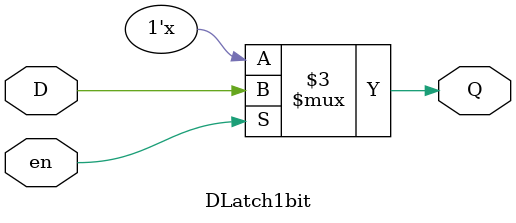
<source format=sv>
`timescale 1ns / 1ps


module DLatch1bit( input logic D,en,
                    output reg Q
                   );
    
    always@(D or en)begin
        if (en) begin  
            Q = D;
        end
    end
    
endmodule

</source>
